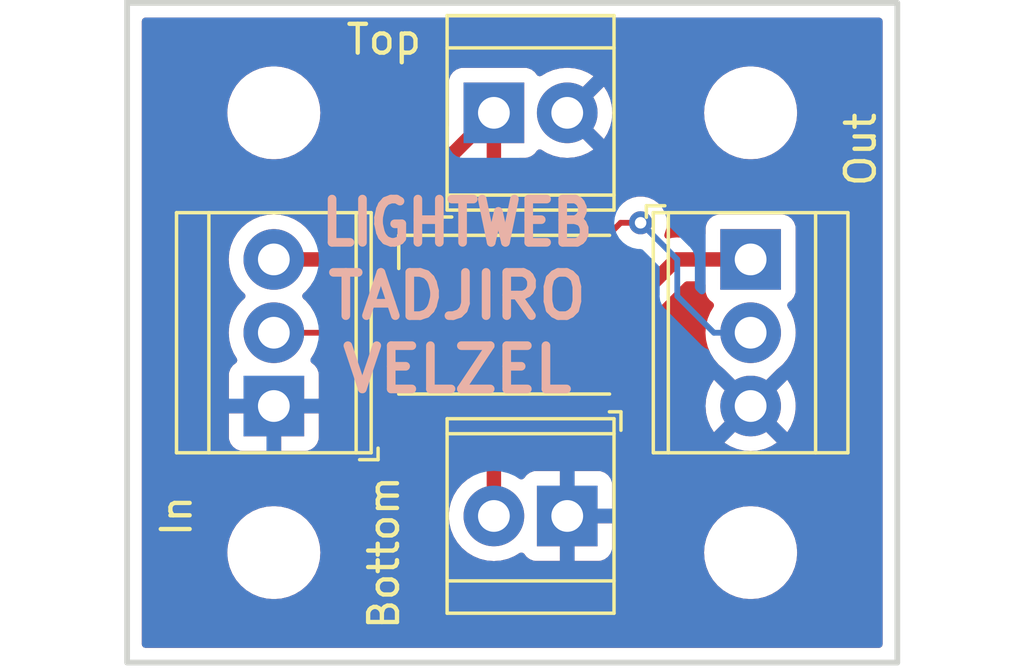
<source format=kicad_pcb>
(kicad_pcb (version 20211014) (generator pcbnew)
  (layers (0 "F.Cu" signal) (31 "B.Cu" signal) (34 "B.Paste" user) (35 "F.Paste" user) (36 "B.SilkS" user "B.Silkscreen") (37 "F.SilkS" user "F.Silkscreen") (38 "B.Mask" user) (39 "F.Mask" user) (44 "Edge.Cuts" user))
  (net 0 "")
  (net 1 "/PixelSide/gnd")
  (net 2 "/PixelSide/Data")
  (net 3 "/PixelSide/5V")
  (net 4 "Net-(Out1-Pad2)")
  (footprint "TerminalBlock_TE-Connectivity:TerminalBlock_TE_282834-3_1x03_P2.54mm_Horizontal" (layer "F.Cu") (at 130.81 87.63 -90)
    (fp_text reference "Out" (at -3.81 -3.81 90) (layer "F.SilkS"))
    (fp_text value "Screw_Terminal_01x03")
    (fp_line (start -1.86 2.97) (end -1.86 3.61) (layer "F.SilkS") (width 0.12))
    (fp_line (start -1.62 -3.37) (end 6.7 -3.37) (layer "F.SilkS") (width 0.12))
    (fp_line (start -1.86 3.61) (end -1.46 3.61) (layer "F.SilkS") (width 0.12))
    (fp_line (start -1.62 -3.37) (end -1.62 3.37) (layer "F.SilkS") (width 0.12))
    (fp_line (start -1.62 -2.25) (end 6.7 -2.25) (layer "F.SilkS") (width 0.12))
    (fp_line (start 6.7 -3.37) (end 6.7 3.37) (layer "F.SilkS") (width 0.12))
    (fp_line (start -1.62 3.37) (end 6.7 3.37) (layer "F.SilkS") (width 0.12))
    (fp_line (start -1.62 2.85) (end 6.7 2.85) (layer "F.SilkS") (width 0.12))
    (pad "1" thru_hole rect (at 0 0 270) (size 2.1 2.1) (drill 1.1) (layers *.Cu *.Mask) (net 3 "/PixelSide/5V"))
    (pad "2" thru_hole circle (at 2.54 0 270) (size 2.1 2.1) (drill 1.1) (layers *.Cu *.Mask) (net 4 "Net-(Out1-Pad2)"))
    (pad "3" thru_hole circle (at 5.08 0 270) (size 2.1 2.1) (drill 1.1) (layers *.Cu *.Mask) (net 1 "/PixelSide/gnd"))
  )
  (footprint "MountingHole:MountingHole_2.2mm_M2" (layer "F.Cu") (at 130.81 97.79)
    (fp_text reference "REF**" hide)
    (fp_text value "MountingHole_2.2mm_M2")
    (pad "" np_thru_hole circle (at 0 0) (size 2.2 2.2) (drill 2.2) (layers *.Cu *.Mask))
  )
  (footprint "TerminalBlock_TE-Connectivity:TerminalBlock_TE_282834-2_1x02_P2.54mm_Horizontal" (layer "F.Cu") (at 121.92 82.55)
    (fp_text reference "Top" (at -3.81 -2.54) (layer "F.SilkS"))
    (fp_text value "Screw_Terminal_01x02")
    (fp_line (start -1.86 2.97) (end -1.86 3.61) (layer "F.SilkS") (width 0.12))
    (fp_line (start 4.16 -3.37) (end 4.16 3.37) (layer "F.SilkS") (width 0.12))
    (fp_line (start -1.62 3.37) (end 4.16 3.37) (layer "F.SilkS") (width 0.12))
    (fp_line (start -1.62 -2.25) (end 4.16 -2.25) (layer "F.SilkS") (width 0.12))
    (fp_line (start -1.86 3.61) (end -1.46 3.61) (layer "F.SilkS") (width 0.12))
    (fp_line (start -1.62 -3.37) (end -1.62 3.37) (layer "F.SilkS") (width 0.12))
    (fp_line (start -1.62 2.85) (end 4.16 2.85) (layer "F.SilkS") (width 0.12))
    (fp_line (start -1.62 -3.37) (end 4.16 -3.37) (layer "F.SilkS") (width 0.12))
    (pad "1" thru_hole rect (at 0 0) (size 2.1 2.1) (drill 1.1) (layers *.Cu *.Mask) (net 3 "/PixelSide/5V"))
    (pad "2" thru_hole circle (at 2.54 0) (size 2.1 2.1) (drill 1.1) (layers *.Cu *.Mask) (net 1 "/PixelSide/gnd"))
  )
  (footprint "LED_SMD:LED_SK6812_PLCC4_5.0x5.0mm_P3.2mm" (layer "F.Cu") (at 122.275 89.545 180)
    (fp_text reference "Pix1" hide)
    (fp_text value "SK6812")
    (fp_line (start -3.65 2.75) (end 3.65 2.75) (layer "F.SilkS") (width 0.12))
    (fp_line (start 3.65 2.75) (end 3.65 1.6) (layer "F.SilkS") (width 0.12))
    (fp_line (start -3.65 -2.75) (end 3.65 -2.75) (layer "F.SilkS") (width 0.12))
    (pad "1" smd rect (at 2.45 1.6 180) (size 1.5 1) (layers "F.Cu" "F.Paste" "F.Mask") (net 1 "/PixelSide/gnd"))
    (pad "2" smd rect (at 2.45 -1.6 180) (size 1.5 1) (layers "F.Cu" "F.Paste" "F.Mask") (net 2 "/PixelSide/Data"))
    (pad "3" smd rect (at -2.45 -1.6 180) (size 1.5 1) (layers "F.Cu" "F.Paste" "F.Mask") (net 3 "/PixelSide/5V"))
    (pad "4" smd rect (at -2.45 1.6 180) (size 1.5 1) (layers "F.Cu" "F.Paste" "F.Mask") (net 4 "Net-(Out1-Pad2)"))
  )
  (footprint "MountingHole:MountingHole_2.2mm_M2" (layer "F.Cu") (at 114.3 82.55)
    (fp_text reference "REF**" hide)
    (fp_text value "MountingHole_2.2mm_M2")
    (pad "" np_thru_hole circle (at 0 0) (size 2.2 2.2) (drill 2.2) (layers *.Cu *.Mask))
  )
  (footprint "MountingHole:MountingHole_2.2mm_M2" (layer "F.Cu") (at 130.81 82.55)
    (fp_text reference "REF**" hide)
    (fp_text value "MountingHole_2.2mm_M2")
    (pad "" np_thru_hole circle (at 0 0) (size 2.2 2.2) (drill 2.2) (layers *.Cu *.Mask))
  )
  (footprint "TerminalBlock_TE-Connectivity:TerminalBlock_TE_282834-2_1x02_P2.54mm_Horizontal" (layer "F.Cu") (at 124.46 96.52 180)
    (fp_text reference "Bottom" (at 6.35 -1.27 90) (layer "F.SilkS"))
    (fp_text value "Screw_Terminal_01x02")
    (fp_line (start -1.86 2.97) (end -1.86 3.61) (layer "F.SilkS") (width 0.12))
    (fp_line (start -1.62 2.85) (end 4.16 2.85) (layer "F.SilkS") (width 0.12))
    (fp_line (start -1.62 -2.25) (end 4.16 -2.25) (layer "F.SilkS") (width 0.12))
    (fp_line (start -1.62 -3.37) (end -1.62 3.37) (layer "F.SilkS") (width 0.12))
    (fp_line (start -1.86 3.61) (end -1.46 3.61) (layer "F.SilkS") (width 0.12))
    (fp_line (start 4.16 -3.37) (end 4.16 3.37) (layer "F.SilkS") (width 0.12))
    (fp_line (start -1.62 3.37) (end 4.16 3.37) (layer "F.SilkS") (width 0.12))
    (fp_line (start -1.62 -3.37) (end 4.16 -3.37) (layer "F.SilkS") (width 0.12))
    (pad "1" thru_hole rect (at 0 0 180) (size 2.1 2.1) (drill 1.1) (layers *.Cu *.Mask) (net 1 "/PixelSide/gnd"))
    (pad "2" thru_hole circle (at 2.54 0 180) (size 2.1 2.1) (drill 1.1) (layers *.Cu *.Mask) (net 3 "/PixelSide/5V"))
  )
  (footprint "TerminalBlock_TE-Connectivity:TerminalBlock_TE_282834-3_1x03_P2.54mm_Horizontal" (layer "F.Cu") (at 114.3 92.71 90)
    (fp_text reference "In" (at -3.81 -3.37 90) (layer "F.SilkS"))
    (fp_text value "Screw_Terminal_01x03")
    (fp_line (start -1.62 -3.37) (end -1.62 3.37) (layer "F.SilkS") (width 0.12))
    (fp_line (start -1.62 -3.37) (end 6.7 -3.37) (layer "F.SilkS") (width 0.12))
    (fp_line (start -1.62 3.37) (end 6.7 3.37) (layer "F.SilkS") (width 0.12))
    (fp_line (start -1.86 3.61) (end -1.46 3.61) (layer "F.SilkS") (width 0.12))
    (fp_line (start -1.86 2.97) (end -1.86 3.61) (layer "F.SilkS") (width 0.12))
    (fp_line (start -1.62 2.85) (end 6.7 2.85) (layer "F.SilkS") (width 0.12))
    (fp_line (start 6.7 -3.37) (end 6.7 3.37) (layer "F.SilkS") (width 0.12))
    (fp_line (start -1.62 -2.25) (end 6.7 -2.25) (layer "F.SilkS") (width 0.12))
    (pad "1" thru_hole rect (at 0 0 90) (size 2.1 2.1) (drill 1.1) (layers *.Cu *.Mask) (net 1 "/PixelSide/gnd"))
    (pad "2" thru_hole circle (at 2.54 0 90) (size 2.1 2.1) (drill 1.1) (layers *.Cu *.Mask) (net 2 "/PixelSide/Data"))
    (pad "3" thru_hole circle (at 5.08 0 90) (size 2.1 2.1) (drill 1.1) (layers *.Cu *.Mask) (net 3 "/PixelSide/5V"))
  )
  (footprint "MountingHole:MountingHole_2.2mm_M2" (layer "F.Cu") (at 114.3 97.79)
    (fp_text reference "REF**" hide)
    (fp_text value "MountingHole_2.2mm_M2")
    (pad "" np_thru_hole circle (at 0 0) (size 2.2 2.2) (drill 2.2) (layers *.Cu *.Mask))
  )
  (gr_rect (start 109.22 78.74) (end 135.89 101.6) (layer "Edge.Cuts") (width 0.2) (fill none))
  (gr_text "VELZEL" (at 120.65 91.44) (layer "B.SilkS") (effects (font (size 1.5 1.5) (thickness 0.3))))
  (gr_text "LIGHTWEB" (at 120.65 86.36) (layer "B.SilkS") (effects (font (size 1.5 1.3) (thickness 0.3))))
  (gr_text "TADJIRO" (at 120.65 88.9) (layer "B.SilkS") (effects (font (size 1.5 1.5) (thickness 0.3))))
  (segment (start 114.3 90.17) (end 118.85 90.17) (width 0.2) (layer "F.Cu") (net 2))
  (segment (start 118.85 90.17) (end 119.825 91.145) (width 0.2) (layer "F.Cu") (net 2))
  (segment (start 124.725 91.145) (end 121.92 93.95) (width 0.5) (layer "F.Cu") (net 3))
  (segment (start 121.92 93.95) (end 121.92 96.52) (width 0.5) (layer "F.Cu") (net 3))
  (segment (start 114.3 87.63) (end 116.84 87.63) (width 0.5) (layer "F.Cu") (net 3))
  (segment (start 121.92 82.55) (end 121.92 88.34) (width 0.5) (layer "F.Cu") (net 3))
  (segment (start 116.84 87.63) (end 121.92 82.55) (width 0.5) (layer "F.Cu") (net 3))
  (segment (start 130.81 87.63) (end 128.24 87.63) (width 0.5) (layer "F.Cu") (net 3))
  (segment (start 121.92 88.34) (end 124.725 91.145) (width 0.5) (layer "F.Cu") (net 3))
  (segment (start 128.24 87.63) (end 124.725 91.145) (width 0.5) (layer "F.Cu") (net 3))
  (segment (start 126.31 86.36) (end 127 86.36) (width 0.2) (layer "F.Cu") (net 4))
  (segment (start 124.725 87.945) (end 126.31 86.36) (width 0.2) (layer "F.Cu") (net 4))
  (via (at 127 86.36) (size 0.8) (drill 0.4) (layers "F.Cu" "B.Cu") (net 4))
  (segment (start 128.27 88.9) (end 129.54 90.17) (width 0.2) (layer "B.Cu") (net 4))
  (segment (start 129.54 90.17) (end 130.81 90.17) (width 0.2) (layer "B.Cu") (net 4))
  (segment (start 128.27 87.63) (end 128.27 88.9) (width 0.2) (layer "B.Cu") (net 4))
  (segment (start 127 86.36) (end 128.27 87.63) (width 0.2) (layer "B.Cu") (net 4))
  (zone (net 1) (net_name "/PixelSide/gnd") (layer "F.Cu") (connect_pads (clearance 0.508)) (min_thickness 0.254) (fill yes (thermal_gap 0.508) (thermal_bridge_width 0.508))
    (polygon (pts (xy 135.89 101.6) (xy 109.22 101.6) (xy 109.22 78.74) (xy 135.89 78.74)))
  )
  (zone (net 1) (net_name "/PixelSide/gnd") (layer "B.Cu") (connect_pads (clearance 0.508)) (min_thickness 0.254) (fill yes (thermal_gap 0.508) (thermal_bridge_width 0.508))
    (polygon (pts (xy 135.89 101.6) (xy 109.22 101.6) (xy 109.22 78.74) (xy 135.89 78.74)))
  )
)
</source>
